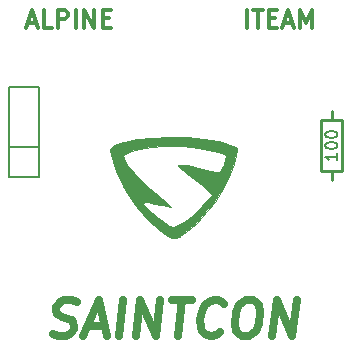
<source format=gto>
%TF.GenerationSoftware,KiCad,Pcbnew,(5.1.10)-1*%
%TF.CreationDate,2021-09-22T19:04:14-07:00*%
%TF.ProjectId,try3,74727933-2e6b-4696-9361-645f70636258,rev?*%
%TF.SameCoordinates,Original*%
%TF.FileFunction,Legend,Top*%
%TF.FilePolarity,Positive*%
%FSLAX46Y46*%
G04 Gerber Fmt 4.6, Leading zero omitted, Abs format (unit mm)*
G04 Created by KiCad (PCBNEW (5.1.10)-1) date 2021-09-22 19:04:14*
%MOMM*%
%LPD*%
G01*
G04 APERTURE LIST*
%ADD10C,0.375000*%
%ADD11C,0.687500*%
%ADD12C,0.010000*%
%ADD13C,0.254000*%
%ADD14C,0.150000*%
G04 APERTURE END LIST*
D10*
X181400000Y-75608571D02*
X181400000Y-74108571D01*
X181900000Y-74108571D02*
X182757142Y-74108571D01*
X182328571Y-75608571D02*
X182328571Y-74108571D01*
X183257142Y-74822857D02*
X183757142Y-74822857D01*
X183971428Y-75608571D02*
X183257142Y-75608571D01*
X183257142Y-74108571D01*
X183971428Y-74108571D01*
X184542857Y-75180000D02*
X185257142Y-75180000D01*
X184400000Y-75608571D02*
X184900000Y-74108571D01*
X185400000Y-75608571D01*
X185900000Y-75608571D02*
X185900000Y-74108571D01*
X186400000Y-75180000D01*
X186900000Y-74108571D01*
X186900000Y-75608571D01*
X162834285Y-75180000D02*
X163548571Y-75180000D01*
X162691428Y-75608571D02*
X163191428Y-74108571D01*
X163691428Y-75608571D01*
X164905714Y-75608571D02*
X164191428Y-75608571D01*
X164191428Y-74108571D01*
X165405714Y-75608571D02*
X165405714Y-74108571D01*
X165977142Y-74108571D01*
X166120000Y-74180000D01*
X166191428Y-74251428D01*
X166262857Y-74394285D01*
X166262857Y-74608571D01*
X166191428Y-74751428D01*
X166120000Y-74822857D01*
X165977142Y-74894285D01*
X165405714Y-74894285D01*
X166905714Y-75608571D02*
X166905714Y-74108571D01*
X167620000Y-75608571D02*
X167620000Y-74108571D01*
X168477142Y-75608571D01*
X168477142Y-74108571D01*
X169191428Y-74822857D02*
X169691428Y-74822857D01*
X169905714Y-75608571D02*
X169191428Y-75608571D01*
X169191428Y-74108571D01*
X169905714Y-74108571D01*
D11*
X164998319Y-101544285D02*
X165409033Y-101687142D01*
X166123319Y-101687142D01*
X166426890Y-101544285D01*
X166587604Y-101401428D01*
X166766176Y-101115714D01*
X166801890Y-100830000D01*
X166694747Y-100544285D01*
X166569747Y-100401428D01*
X166301890Y-100258571D01*
X165748319Y-100115714D01*
X165480462Y-99972857D01*
X165355462Y-99830000D01*
X165248319Y-99544285D01*
X165284033Y-99258571D01*
X165462604Y-98972857D01*
X165623319Y-98830000D01*
X165926890Y-98687142D01*
X166641176Y-98687142D01*
X167051890Y-98830000D01*
X167944747Y-100830000D02*
X169373319Y-100830000D01*
X167551890Y-101687142D02*
X168926890Y-98687142D01*
X169551890Y-101687142D01*
X170551890Y-101687142D02*
X170926890Y-98687142D01*
X171980462Y-101687142D02*
X172355462Y-98687142D01*
X173694747Y-101687142D01*
X174069747Y-98687142D01*
X175069747Y-98687142D02*
X176784033Y-98687142D01*
X175551890Y-101687142D02*
X175926890Y-98687142D01*
X179159033Y-101401428D02*
X178998319Y-101544285D01*
X178551890Y-101687142D01*
X178266176Y-101687142D01*
X177855462Y-101544285D01*
X177605462Y-101258571D01*
X177498319Y-100972857D01*
X177426890Y-100401428D01*
X177480462Y-99972857D01*
X177694747Y-99401428D01*
X177873319Y-99115714D01*
X178194747Y-98830000D01*
X178641176Y-98687142D01*
X178926890Y-98687142D01*
X179337604Y-98830000D01*
X179462604Y-98972857D01*
X181355462Y-98687142D02*
X181926890Y-98687142D01*
X182194747Y-98830000D01*
X182444747Y-99115714D01*
X182516176Y-99687142D01*
X182391176Y-100687142D01*
X182176890Y-101258571D01*
X181855462Y-101544285D01*
X181551890Y-101687142D01*
X180980462Y-101687142D01*
X180712604Y-101544285D01*
X180462604Y-101258571D01*
X180391176Y-100687142D01*
X180516176Y-99687142D01*
X180730462Y-99115714D01*
X181051890Y-98830000D01*
X181355462Y-98687142D01*
X183551890Y-101687142D02*
X183926890Y-98687142D01*
X185266176Y-101687142D01*
X185641176Y-98687142D01*
D12*
%TO.C,G\u002A\u002A\u002A*%
G36*
X176404757Y-84901190D02*
G01*
X177810250Y-85006570D01*
X178970347Y-85192297D01*
X179324000Y-85285603D01*
X179995577Y-85518953D01*
X180455910Y-85729754D01*
X180594000Y-85851212D01*
X180506327Y-86355327D01*
X180277011Y-87117837D01*
X179956607Y-87999404D01*
X179595669Y-88860686D01*
X179252448Y-89548836D01*
X178706257Y-90362720D01*
X177974870Y-91255224D01*
X177163691Y-92114900D01*
X176378119Y-92830299D01*
X175723557Y-93289974D01*
X175705177Y-93299616D01*
X175313696Y-93459292D01*
X174974277Y-93426115D01*
X174523679Y-93163908D01*
X174267904Y-92981080D01*
X173077061Y-91934727D01*
X171967830Y-90631548D01*
X171017639Y-89188707D01*
X170303914Y-87723371D01*
X169909900Y-86386401D01*
X169908352Y-86373986D01*
X170957055Y-86373986D01*
X170981462Y-86747129D01*
X171357949Y-87346927D01*
X172071048Y-88155000D01*
X173105293Y-89152966D01*
X173858930Y-89822579D01*
X174961826Y-90778288D01*
X174188783Y-90634350D01*
X173549138Y-90505044D01*
X173050126Y-90387373D01*
X173029217Y-90381583D01*
X172708822Y-90393386D01*
X172642696Y-90503372D01*
X172806186Y-90749992D01*
X173221166Y-91154092D01*
X173774397Y-91623941D01*
X174352640Y-92067803D01*
X174842658Y-92393947D01*
X175121242Y-92511218D01*
X175444299Y-92403139D01*
X175956066Y-92135255D01*
X176091517Y-92053815D01*
X176677693Y-91608139D01*
X177328806Y-90993921D01*
X177621593Y-90673495D01*
X178411577Y-89750577D01*
X177570180Y-88974043D01*
X176925947Y-88405052D01*
X176284635Y-87877677D01*
X176066174Y-87710925D01*
X175666891Y-87395075D01*
X175608211Y-87253121D01*
X175854117Y-87217345D01*
X176309349Y-87267878D01*
X177011474Y-87405591D01*
X177576633Y-87541652D01*
X178288904Y-87719454D01*
X178827364Y-87839705D01*
X179037083Y-87872957D01*
X179218560Y-87689498D01*
X179429578Y-87264212D01*
X179596257Y-86784733D01*
X179644714Y-86438695D01*
X179622527Y-86386121D01*
X179262147Y-86213219D01*
X178580662Y-86028938D01*
X177697476Y-85854838D01*
X176731992Y-85712478D01*
X175803614Y-85623419D01*
X175293131Y-85604391D01*
X174312200Y-85640176D01*
X173291614Y-85744662D01*
X172338607Y-85898817D01*
X171560415Y-86083608D01*
X171064271Y-86280001D01*
X170957055Y-86373986D01*
X169908352Y-86373986D01*
X169859815Y-85984887D01*
X169947557Y-85733113D01*
X170262935Y-85544051D01*
X170895755Y-85330674D01*
X171047776Y-85283747D01*
X172075377Y-85067435D01*
X173401372Y-84931592D01*
X174889815Y-84876187D01*
X176404757Y-84901190D01*
G37*
X176404757Y-84901190D02*
X177810250Y-85006570D01*
X178970347Y-85192297D01*
X179324000Y-85285603D01*
X179995577Y-85518953D01*
X180455910Y-85729754D01*
X180594000Y-85851212D01*
X180506327Y-86355327D01*
X180277011Y-87117837D01*
X179956607Y-87999404D01*
X179595669Y-88860686D01*
X179252448Y-89548836D01*
X178706257Y-90362720D01*
X177974870Y-91255224D01*
X177163691Y-92114900D01*
X176378119Y-92830299D01*
X175723557Y-93289974D01*
X175705177Y-93299616D01*
X175313696Y-93459292D01*
X174974277Y-93426115D01*
X174523679Y-93163908D01*
X174267904Y-92981080D01*
X173077061Y-91934727D01*
X171967830Y-90631548D01*
X171017639Y-89188707D01*
X170303914Y-87723371D01*
X169909900Y-86386401D01*
X169908352Y-86373986D01*
X170957055Y-86373986D01*
X170981462Y-86747129D01*
X171357949Y-87346927D01*
X172071048Y-88155000D01*
X173105293Y-89152966D01*
X173858930Y-89822579D01*
X174961826Y-90778288D01*
X174188783Y-90634350D01*
X173549138Y-90505044D01*
X173050126Y-90387373D01*
X173029217Y-90381583D01*
X172708822Y-90393386D01*
X172642696Y-90503372D01*
X172806186Y-90749992D01*
X173221166Y-91154092D01*
X173774397Y-91623941D01*
X174352640Y-92067803D01*
X174842658Y-92393947D01*
X175121242Y-92511218D01*
X175444299Y-92403139D01*
X175956066Y-92135255D01*
X176091517Y-92053815D01*
X176677693Y-91608139D01*
X177328806Y-90993921D01*
X177621593Y-90673495D01*
X178411577Y-89750577D01*
X177570180Y-88974043D01*
X176925947Y-88405052D01*
X176284635Y-87877677D01*
X176066174Y-87710925D01*
X175666891Y-87395075D01*
X175608211Y-87253121D01*
X175854117Y-87217345D01*
X176309349Y-87267878D01*
X177011474Y-87405591D01*
X177576633Y-87541652D01*
X178288904Y-87719454D01*
X178827364Y-87839705D01*
X179037083Y-87872957D01*
X179218560Y-87689498D01*
X179429578Y-87264212D01*
X179596257Y-86784733D01*
X179644714Y-86438695D01*
X179622527Y-86386121D01*
X179262147Y-86213219D01*
X178580662Y-86028938D01*
X177697476Y-85854838D01*
X176731992Y-85712478D01*
X175803614Y-85623419D01*
X175293131Y-85604391D01*
X174312200Y-85640176D01*
X173291614Y-85744662D01*
X172338607Y-85898817D01*
X171560415Y-86083608D01*
X171064271Y-86280001D01*
X170957055Y-86373986D01*
X169908352Y-86373986D01*
X169859815Y-85984887D01*
X169947557Y-85733113D01*
X170262935Y-85544051D01*
X170895755Y-85330674D01*
X171047776Y-85283747D01*
X172075377Y-85067435D01*
X173401372Y-84931592D01*
X174889815Y-84876187D01*
X176404757Y-84901190D01*
D13*
%TO.C,R1*%
X187706000Y-83439000D02*
X189484000Y-83439000D01*
X188595000Y-87757000D02*
X188595000Y-88519000D01*
X188595000Y-83439000D02*
X188595000Y-82677000D01*
X187706000Y-83439000D02*
X187706000Y-87757000D01*
X189484000Y-87757000D02*
X189484000Y-83439000D01*
X187706000Y-87757000D02*
X189484000Y-87757000D01*
D14*
%TO.C,SW1*%
X161290000Y-85725000D02*
X163830000Y-85725000D01*
X163830000Y-80645000D02*
X163830000Y-88265000D01*
X161290000Y-80645000D02*
X163830000Y-80645000D01*
X161290000Y-88265000D02*
X161290000Y-80645000D01*
X163830000Y-88265000D02*
X161290000Y-88265000D01*
%TO.C,R1*%
X189047380Y-86264666D02*
X189047380Y-86836095D01*
X189047380Y-86550380D02*
X188047380Y-86550380D01*
X188190238Y-86645619D01*
X188285476Y-86740857D01*
X188333095Y-86836095D01*
X188047380Y-85645619D02*
X188047380Y-85550380D01*
X188095000Y-85455142D01*
X188142619Y-85407523D01*
X188237857Y-85359904D01*
X188428333Y-85312285D01*
X188666428Y-85312285D01*
X188856904Y-85359904D01*
X188952142Y-85407523D01*
X188999761Y-85455142D01*
X189047380Y-85550380D01*
X189047380Y-85645619D01*
X188999761Y-85740857D01*
X188952142Y-85788476D01*
X188856904Y-85836095D01*
X188666428Y-85883714D01*
X188428333Y-85883714D01*
X188237857Y-85836095D01*
X188142619Y-85788476D01*
X188095000Y-85740857D01*
X188047380Y-85645619D01*
X188047380Y-84693238D02*
X188047380Y-84598000D01*
X188095000Y-84502761D01*
X188142619Y-84455142D01*
X188237857Y-84407523D01*
X188428333Y-84359904D01*
X188666428Y-84359904D01*
X188856904Y-84407523D01*
X188952142Y-84455142D01*
X188999761Y-84502761D01*
X189047380Y-84598000D01*
X189047380Y-84693238D01*
X188999761Y-84788476D01*
X188952142Y-84836095D01*
X188856904Y-84883714D01*
X188666428Y-84931333D01*
X188428333Y-84931333D01*
X188237857Y-84883714D01*
X188142619Y-84836095D01*
X188095000Y-84788476D01*
X188047380Y-84693238D01*
%TD*%
M02*

</source>
